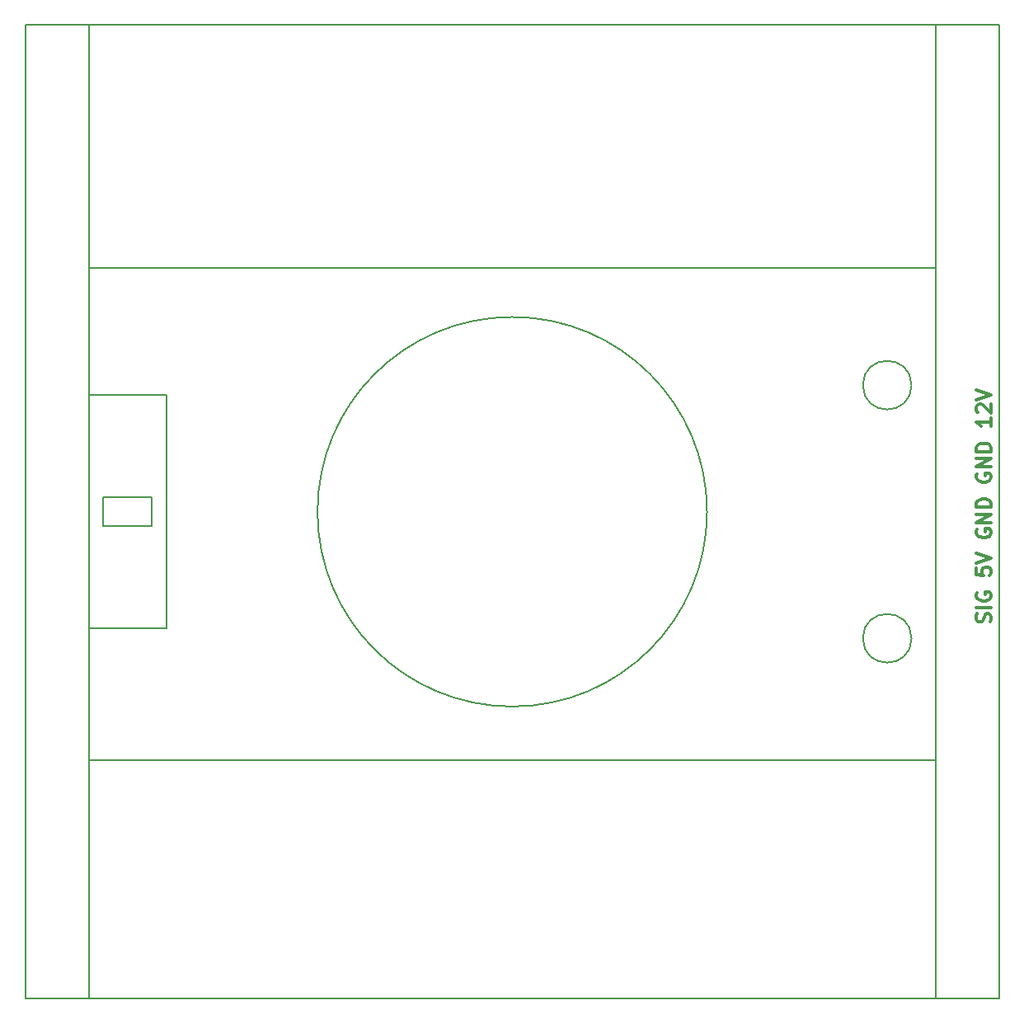
<source format=gbr>
G04 #@! TF.GenerationSoftware,KiCad,Pcbnew,6.0.0-rc1-unknown-1a22918~65~ubuntu16.04.1*
G04 #@! TF.CreationDate,2019-08-07T16:55:44+03:00*
G04 #@! TF.ProjectId,ModelBasePCB,4D6F64656C426173655043422E6B6963,rev?*
G04 #@! TF.SameCoordinates,Original*
G04 #@! TF.FileFunction,Legend,Top*
G04 #@! TF.FilePolarity,Positive*
%FSLAX46Y46*%
G04 Gerber Fmt 4.6, Leading zero omitted, Abs format (unit mm)*
G04 Created by KiCad (PCBNEW 6.0.0-rc1-unknown-1a22918~65~ubuntu16.04.1) date Wed Aug  7 16:55:44 2019*
%MOMM*%
%LPD*%
G01*
G04 APERTURE LIST*
%ADD10C,0.300000*%
%ADD11C,0.200000*%
G04 APERTURE END LIST*
D10*
X149107142Y-91321428D02*
X149178571Y-91107142D01*
X149178571Y-90750000D01*
X149107142Y-90607142D01*
X149035714Y-90535714D01*
X148892857Y-90464285D01*
X148750000Y-90464285D01*
X148607142Y-90535714D01*
X148535714Y-90607142D01*
X148464285Y-90750000D01*
X148392857Y-91035714D01*
X148321428Y-91178571D01*
X148250000Y-91250000D01*
X148107142Y-91321428D01*
X147964285Y-91321428D01*
X147821428Y-91250000D01*
X147750000Y-91178571D01*
X147678571Y-91035714D01*
X147678571Y-90678571D01*
X147750000Y-90464285D01*
X149178571Y-89821428D02*
X147678571Y-89821428D01*
X147750000Y-88321428D02*
X147678571Y-88464285D01*
X147678571Y-88678571D01*
X147750000Y-88892857D01*
X147892857Y-89035714D01*
X148035714Y-89107142D01*
X148321428Y-89178571D01*
X148535714Y-89178571D01*
X148821428Y-89107142D01*
X148964285Y-89035714D01*
X149107142Y-88892857D01*
X149178571Y-88678571D01*
X149178571Y-88535714D01*
X149107142Y-88321428D01*
X149035714Y-88250000D01*
X148535714Y-88250000D01*
X148535714Y-88535714D01*
X147678571Y-85750000D02*
X147678571Y-86464285D01*
X148392857Y-86535714D01*
X148321428Y-86464285D01*
X148250000Y-86321428D01*
X148250000Y-85964285D01*
X148321428Y-85821428D01*
X148392857Y-85750000D01*
X148535714Y-85678571D01*
X148892857Y-85678571D01*
X149035714Y-85750000D01*
X149107142Y-85821428D01*
X149178571Y-85964285D01*
X149178571Y-86321428D01*
X149107142Y-86464285D01*
X149035714Y-86535714D01*
X147678571Y-85250000D02*
X149178571Y-84750000D01*
X147678571Y-84250000D01*
X147750000Y-81821428D02*
X147678571Y-81964285D01*
X147678571Y-82178571D01*
X147750000Y-82392857D01*
X147892857Y-82535714D01*
X148035714Y-82607142D01*
X148321428Y-82678571D01*
X148535714Y-82678571D01*
X148821428Y-82607142D01*
X148964285Y-82535714D01*
X149107142Y-82392857D01*
X149178571Y-82178571D01*
X149178571Y-82035714D01*
X149107142Y-81821428D01*
X149035714Y-81750000D01*
X148535714Y-81750000D01*
X148535714Y-82035714D01*
X149178571Y-81107142D02*
X147678571Y-81107142D01*
X149178571Y-80250000D01*
X147678571Y-80250000D01*
X149178571Y-79535714D02*
X147678571Y-79535714D01*
X147678571Y-79178571D01*
X147750000Y-78964285D01*
X147892857Y-78821428D01*
X148035714Y-78750000D01*
X148321428Y-78678571D01*
X148535714Y-78678571D01*
X148821428Y-78750000D01*
X148964285Y-78821428D01*
X149107142Y-78964285D01*
X149178571Y-79178571D01*
X149178571Y-79535714D01*
X147750000Y-76107142D02*
X147678571Y-76250000D01*
X147678571Y-76464285D01*
X147750000Y-76678571D01*
X147892857Y-76821428D01*
X148035714Y-76892857D01*
X148321428Y-76964285D01*
X148535714Y-76964285D01*
X148821428Y-76892857D01*
X148964285Y-76821428D01*
X149107142Y-76678571D01*
X149178571Y-76464285D01*
X149178571Y-76321428D01*
X149107142Y-76107142D01*
X149035714Y-76035714D01*
X148535714Y-76035714D01*
X148535714Y-76321428D01*
X149178571Y-75392857D02*
X147678571Y-75392857D01*
X149178571Y-74535714D01*
X147678571Y-74535714D01*
X149178571Y-73821428D02*
X147678571Y-73821428D01*
X147678571Y-73464285D01*
X147750000Y-73250000D01*
X147892857Y-73107142D01*
X148035714Y-73035714D01*
X148321428Y-72964285D01*
X148535714Y-72964285D01*
X148821428Y-73035714D01*
X148964285Y-73107142D01*
X149107142Y-73250000D01*
X149178571Y-73464285D01*
X149178571Y-73821428D01*
X149178571Y-70392857D02*
X149178571Y-71250000D01*
X149178571Y-70821428D02*
X147678571Y-70821428D01*
X147892857Y-70964285D01*
X148035714Y-71107142D01*
X148107142Y-71250000D01*
X147821428Y-69821428D02*
X147750000Y-69750000D01*
X147678571Y-69607142D01*
X147678571Y-69250000D01*
X147750000Y-69107142D01*
X147821428Y-69035714D01*
X147964285Y-68964285D01*
X148107142Y-68964285D01*
X148321428Y-69035714D01*
X149178571Y-69892857D01*
X149178571Y-68964285D01*
X147678571Y-68535714D02*
X149178571Y-68035714D01*
X147678571Y-67535714D01*
D11*
X120000000Y-80000000D02*
G75*
G03X120000000Y-80000000I-20000000J0D01*
G01*
X56500000Y-105500000D02*
X143500000Y-105500000D01*
X56500000Y-55000000D02*
X143500000Y-55000000D01*
X64500000Y-92000000D02*
X56500000Y-92000000D01*
X64500000Y-68000000D02*
X64500000Y-92000000D01*
X56500000Y-68000000D02*
X64500000Y-68000000D01*
X56500000Y-30000000D02*
X56500000Y-130000000D01*
X143500000Y-30000000D02*
X143500000Y-130000000D01*
X141000000Y-93000000D02*
G75*
G03X141000000Y-93000000I-2500000J0D01*
G01*
X141000000Y-67000000D02*
G75*
G03X141000000Y-67000000I-2500000J0D01*
G01*
X58000000Y-81500000D02*
X58000000Y-78500000D01*
X63000000Y-81500000D02*
X58000000Y-81500000D01*
X63000000Y-78500000D02*
X63000000Y-81500000D01*
X58000000Y-78500000D02*
X63000000Y-78500000D01*
X50000000Y-130000000D02*
X50000000Y-30000000D01*
X150000000Y-130000000D02*
X50000000Y-130000000D01*
X150000000Y-30000000D02*
X150000000Y-130000000D01*
X50000000Y-30000000D02*
X150000000Y-30000000D01*
M02*

</source>
